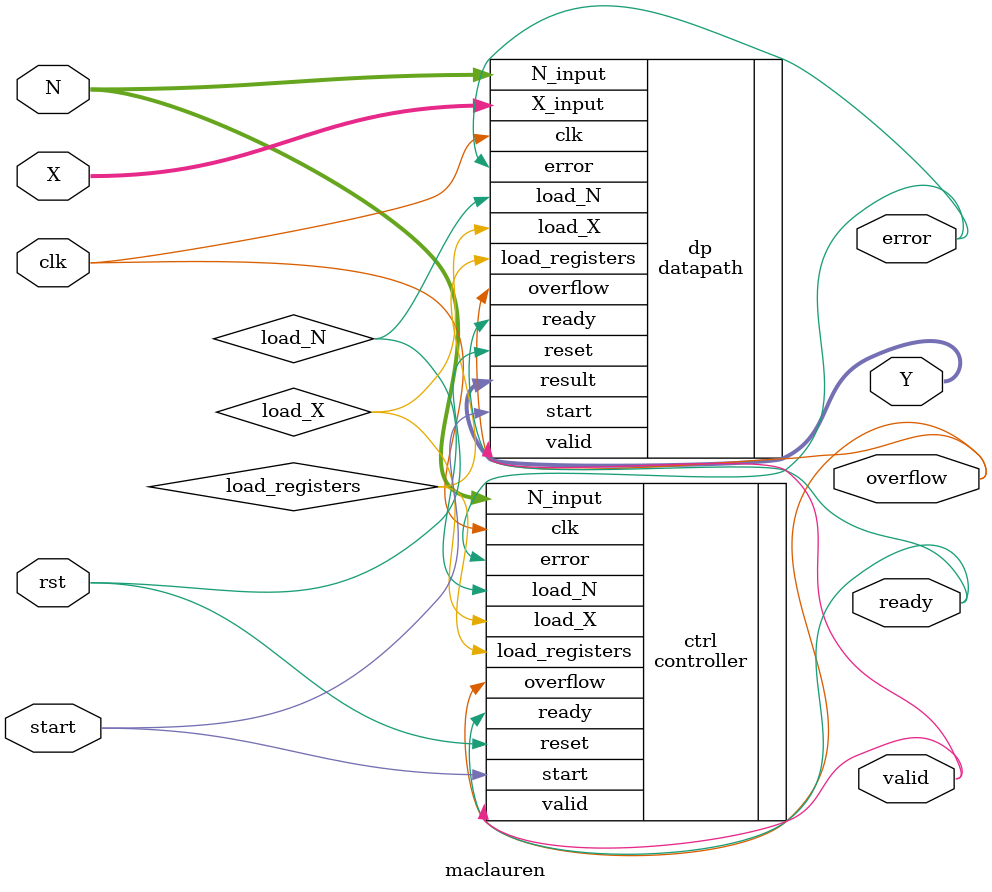
<source format=v>
`timescale 1ps/1ps

module maclauren #(
    parameter OUTPUT_WIDTH = 32
) (
    input wire clk,
    input wire rst,
    input wire start,
    input wire [7:0] X,
    input wire [2:0] N,
    
    output wire [31:0] Y,
    output wire valid,
    output wire ready,
    output wire overflow,
    output wire error
);

wire load_N;
wire load_X;
wire load_registers;

controller ctrl (
    .clk(clk),
    .reset(rst),
    .start(start),
    .N_input(N),
    .overflow(overflow),
    .error(error),
    .load_N(load_N),
    .load_X(load_X),
    .load_registers(load_registers),
    .ready(ready),
    .valid(valid)
);

datapath dp (
    .clk(clk),
    .reset(rst),
    .start(start),
    .load_N(load_N),
    .load_X(load_X),
    .load_registers(load_registers),
    .X_input(X),
    .N_input(N),
    .result(Y),
    .valid(valid),
    .ready(ready),
    .overflow(overflow),
    .error(error)
);

endmodule
</source>
